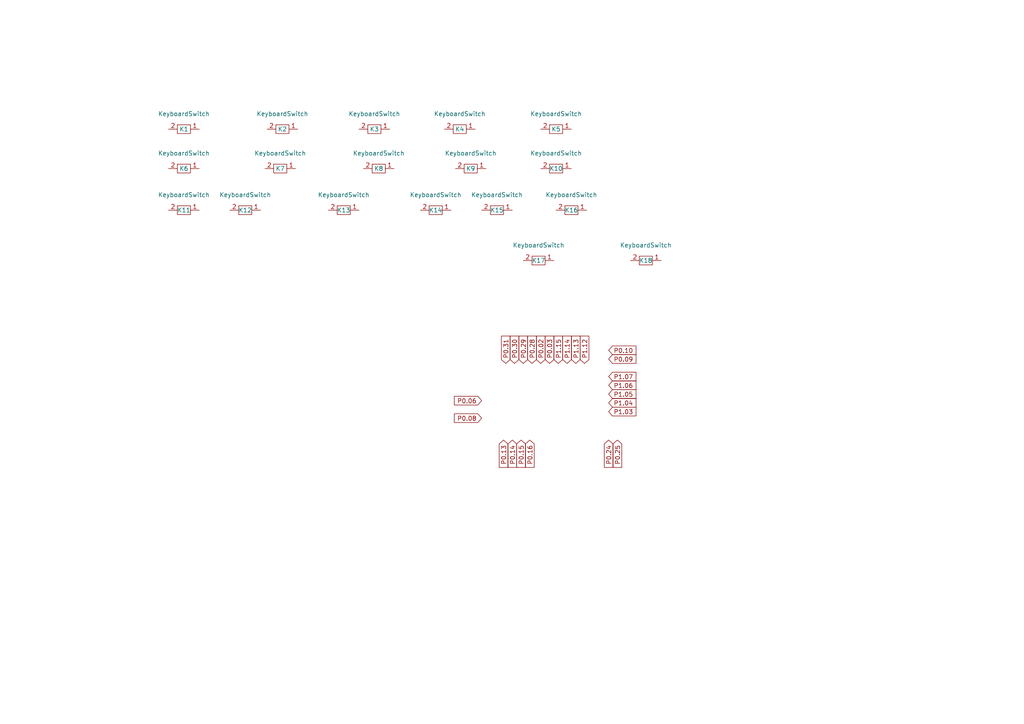
<source format=kicad_sch>
(kicad_sch (version 20211123) (generator eeschema)

  (uuid b8a93412-a849-4b52-a632-e45262c17f6a)

  (paper "A4")

  (lib_symbols
    (symbol "Library:KeyboardSwitch" (in_bom yes) (on_board yes)
      (property "Reference" "K" (id 0) (at 0 5.08 0)
        (effects (font (size 1.27 1.27)))
      )
      (property "Value" "KeyboardSwitch" (id 1) (at 0 3.175 0)
        (effects (font (size 1.27 1.27)))
      )
      (property "Footprint" "Library:GateronHotswap" (id 2) (at -0.635 6.35 0)
        (effects (font (size 1.27 1.27)) hide)
      )
      (property "Datasheet" "" (id 3) (at -0.635 6.35 0)
        (effects (font (size 1.27 1.27)) hide)
      )
      (symbol "KeyboardSwitch_0_1"
        (rectangle (start -1.905 1.27) (end 1.905 -1.27)
          (stroke (width 0) (type default) (color 0 0 0 0))
          (fill (type none))
        )
      )
      (symbol "KeyboardSwitch_1_1"
        (pin input line (at 4.445 0 180) (length 2.54)
          (name "" (effects (font (size 1.27 1.27))))
          (number "1" (effects (font (size 1.27 1.27))))
        )
        (pin input line (at -4.445 0 0) (length 2.54)
          (name "" (effects (font (size 1.27 1.27))))
          (number "2" (effects (font (size 1.27 1.27))))
        )
      )
    )
  )


  (global_label "P0.31" (shape input) (at 146.685 105.41 90) (fields_autoplaced)
    (effects (font (size 1.27 1.27)) (justify left))
    (uuid 0cdcf991-99c6-4114-be1d-f8bfb92f879d)
    (property "Intersheet References" "${INTERSHEET_REFS}" (id 0) (at 146.6056 97.4936 90)
      (effects (font (size 1.27 1.27)) (justify left) hide)
    )
  )
  (global_label "P1.05" (shape input) (at 176.53 114.3 0) (fields_autoplaced)
    (effects (font (size 1.27 1.27)) (justify left))
    (uuid 10f98f77-d64d-4d47-ab21-8e7436f20fa6)
    (property "Intersheet References" "${INTERSHEET_REFS}" (id 0) (at 184.4464 114.2206 0)
      (effects (font (size 1.27 1.27)) (justify left) hide)
    )
  )
  (global_label "P0.02" (shape input) (at 156.845 105.41 90) (fields_autoplaced)
    (effects (font (size 1.27 1.27)) (justify left))
    (uuid 160175be-9020-4d5e-9916-770180a71d4e)
    (property "Intersheet References" "${INTERSHEET_REFS}" (id 0) (at 156.7656 97.4936 90)
      (effects (font (size 1.27 1.27)) (justify left) hide)
    )
  )
  (global_label "P0.25" (shape input) (at 179.07 127.635 270) (fields_autoplaced)
    (effects (font (size 1.27 1.27)) (justify right))
    (uuid 197b6581-432b-4862-9636-6c056cf23cf9)
    (property "Intersheet References" "${INTERSHEET_REFS}" (id 0) (at 178.9906 135.5514 90)
      (effects (font (size 1.27 1.27)) (justify right) hide)
    )
  )
  (global_label "P0.06" (shape input) (at 139.7 116.205 180) (fields_autoplaced)
    (effects (font (size 1.27 1.27)) (justify right))
    (uuid 1d38a2f5-0b6b-4bb6-8997-ff326b61759d)
    (property "Intersheet References" "${INTERSHEET_REFS}" (id 0) (at 131.7836 116.1256 0)
      (effects (font (size 1.27 1.27)) (justify right) hide)
    )
  )
  (global_label "P1.14" (shape input) (at 164.465 105.41 90) (fields_autoplaced)
    (effects (font (size 1.27 1.27)) (justify left))
    (uuid 20174571-7fe7-43b7-bc20-1b116f24328d)
    (property "Intersheet References" "${INTERSHEET_REFS}" (id 0) (at 164.3856 97.4936 90)
      (effects (font (size 1.27 1.27)) (justify left) hide)
    )
  )
  (global_label "P0.10" (shape input) (at 176.53 101.6 0) (fields_autoplaced)
    (effects (font (size 1.27 1.27)) (justify left))
    (uuid 255e954b-c5d4-4dfc-baad-18798958fb5b)
    (property "Intersheet References" "${INTERSHEET_REFS}" (id 0) (at 184.4464 101.5206 0)
      (effects (font (size 1.27 1.27)) (justify left) hide)
    )
  )
  (global_label "P0.28" (shape input) (at 154.305 105.41 90) (fields_autoplaced)
    (effects (font (size 1.27 1.27)) (justify left))
    (uuid 25bbff4e-0e72-46e4-a76e-069e5a18fed8)
    (property "Intersheet References" "${INTERSHEET_REFS}" (id 0) (at 154.2256 97.4936 90)
      (effects (font (size 1.27 1.27)) (justify left) hide)
    )
  )
  (global_label "P0.03" (shape input) (at 159.385 105.41 90) (fields_autoplaced)
    (effects (font (size 1.27 1.27)) (justify left))
    (uuid 34247940-b1a6-4a64-b5fb-8b72f6e74d4f)
    (property "Intersheet References" "${INTERSHEET_REFS}" (id 0) (at 159.3056 97.4936 90)
      (effects (font (size 1.27 1.27)) (justify left) hide)
    )
  )
  (global_label "P0.24" (shape input) (at 176.53 127.635 270) (fields_autoplaced)
    (effects (font (size 1.27 1.27)) (justify right))
    (uuid 54461107-cb1b-472c-9e38-8dee996655be)
    (property "Intersheet References" "${INTERSHEET_REFS}" (id 0) (at 176.4506 135.5514 90)
      (effects (font (size 1.27 1.27)) (justify right) hide)
    )
  )
  (global_label "P0.14" (shape input) (at 148.59 127.635 270) (fields_autoplaced)
    (effects (font (size 1.27 1.27)) (justify right))
    (uuid 66174119-1d80-4103-98bc-8dd3062a3126)
    (property "Intersheet References" "${INTERSHEET_REFS}" (id 0) (at 148.5106 135.5514 90)
      (effects (font (size 1.27 1.27)) (justify right) hide)
    )
  )
  (global_label "P1.07" (shape input) (at 176.53 109.22 0) (fields_autoplaced)
    (effects (font (size 1.27 1.27)) (justify left))
    (uuid 6992df4d-9f75-4dc6-8bec-e3ac2ee7c160)
    (property "Intersheet References" "${INTERSHEET_REFS}" (id 0) (at 184.4464 109.1406 0)
      (effects (font (size 1.27 1.27)) (justify left) hide)
    )
  )
  (global_label "P0.30" (shape input) (at 149.225 105.41 90) (fields_autoplaced)
    (effects (font (size 1.27 1.27)) (justify left))
    (uuid 6b3b9016-86af-4472-9c6d-35c76061e6ed)
    (property "Intersheet References" "${INTERSHEET_REFS}" (id 0) (at 149.1456 97.4936 90)
      (effects (font (size 1.27 1.27)) (justify left) hide)
    )
  )
  (global_label "P0.09" (shape input) (at 176.53 104.14 0) (fields_autoplaced)
    (effects (font (size 1.27 1.27)) (justify left))
    (uuid 6e2689bd-a114-42fb-b6a1-8acd33ca732a)
    (property "Intersheet References" "${INTERSHEET_REFS}" (id 0) (at 184.4464 104.0606 0)
      (effects (font (size 1.27 1.27)) (justify left) hide)
    )
  )
  (global_label "P0.13" (shape input) (at 146.05 127.635 270) (fields_autoplaced)
    (effects (font (size 1.27 1.27)) (justify right))
    (uuid 73d0959e-6e13-4a36-96fb-90c562848aa7)
    (property "Intersheet References" "${INTERSHEET_REFS}" (id 0) (at 145.9706 135.5514 90)
      (effects (font (size 1.27 1.27)) (justify right) hide)
    )
  )
  (global_label "P1.12" (shape input) (at 169.545 105.41 90) (fields_autoplaced)
    (effects (font (size 1.27 1.27)) (justify left))
    (uuid 7b868e4c-0255-430e-be8e-e5ab044171e9)
    (property "Intersheet References" "${INTERSHEET_REFS}" (id 0) (at 169.4656 97.4936 90)
      (effects (font (size 1.27 1.27)) (justify left) hide)
    )
  )
  (global_label "P1.06" (shape input) (at 176.53 111.76 0) (fields_autoplaced)
    (effects (font (size 1.27 1.27)) (justify left))
    (uuid ae37e4a7-3770-4307-b378-9b40eca07ba9)
    (property "Intersheet References" "${INTERSHEET_REFS}" (id 0) (at 184.4464 111.6806 0)
      (effects (font (size 1.27 1.27)) (justify left) hide)
    )
  )
  (global_label "P0.15" (shape input) (at 151.13 127.635 270) (fields_autoplaced)
    (effects (font (size 1.27 1.27)) (justify right))
    (uuid c8397eb2-d3ab-4f29-9056-67f3358a290b)
    (property "Intersheet References" "${INTERSHEET_REFS}" (id 0) (at 151.0506 135.5514 90)
      (effects (font (size 1.27 1.27)) (justify right) hide)
    )
  )
  (global_label "P0.08" (shape input) (at 139.7 121.285 180) (fields_autoplaced)
    (effects (font (size 1.27 1.27)) (justify right))
    (uuid c92b034e-b388-4225-a2f8-28a370de3220)
    (property "Intersheet References" "${INTERSHEET_REFS}" (id 0) (at 131.7836 121.2056 0)
      (effects (font (size 1.27 1.27)) (justify right) hide)
    )
  )
  (global_label "P1.04" (shape input) (at 176.53 116.84 0) (fields_autoplaced)
    (effects (font (size 1.27 1.27)) (justify left))
    (uuid ca3b769a-04fe-4919-81ea-260d43ab7df4)
    (property "Intersheet References" "${INTERSHEET_REFS}" (id 0) (at 184.4464 116.7606 0)
      (effects (font (size 1.27 1.27)) (justify left) hide)
    )
  )
  (global_label "P0.16" (shape input) (at 153.67 127.635 270) (fields_autoplaced)
    (effects (font (size 1.27 1.27)) (justify right))
    (uuid d0de9d05-afec-410b-ad12-9e4656a866fb)
    (property "Intersheet References" "${INTERSHEET_REFS}" (id 0) (at 153.5906 135.5514 90)
      (effects (font (size 1.27 1.27)) (justify right) hide)
    )
  )
  (global_label "P1.13" (shape input) (at 167.005 105.41 90) (fields_autoplaced)
    (effects (font (size 1.27 1.27)) (justify left))
    (uuid d10e859e-15fe-4291-8427-db4e9cca2f7d)
    (property "Intersheet References" "${INTERSHEET_REFS}" (id 0) (at 166.9256 97.4936 90)
      (effects (font (size 1.27 1.27)) (justify left) hide)
    )
  )
  (global_label "P1.15" (shape input) (at 161.925 105.41 90) (fields_autoplaced)
    (effects (font (size 1.27 1.27)) (justify left))
    (uuid d98601ae-f8b1-43be-a7a4-fb3f38b7f72c)
    (property "Intersheet References" "${INTERSHEET_REFS}" (id 0) (at 161.8456 97.4936 90)
      (effects (font (size 1.27 1.27)) (justify left) hide)
    )
  )
  (global_label "P0.29" (shape input) (at 151.765 105.41 90) (fields_autoplaced)
    (effects (font (size 1.27 1.27)) (justify left))
    (uuid dc7eff17-8746-4dc4-af66-806d821671c5)
    (property "Intersheet References" "${INTERSHEET_REFS}" (id 0) (at 151.6856 97.4936 90)
      (effects (font (size 1.27 1.27)) (justify left) hide)
    )
  )
  (global_label "P1.03" (shape input) (at 176.53 119.38 0) (fields_autoplaced)
    (effects (font (size 1.27 1.27)) (justify left))
    (uuid f1f063e4-7318-4729-8827-e944b3f781ad)
    (property "Intersheet References" "${INTERSHEET_REFS}" (id 0) (at 184.4464 119.3006 0)
      (effects (font (size 1.27 1.27)) (justify left) hide)
    )
  )

  (symbol (lib_id "Library:KeyboardSwitch") (at 126.365 60.96 0) (unit 1)
    (in_bom yes) (on_board yes)
    (uuid 1caa7575-5070-40f6-a5b0-d048338741d8)
    (property "Reference" "K14" (id 0) (at 126.365 60.96 0))
    (property "Value" "KeyboardSwitch" (id 1) (at 126.365 56.515 0))
    (property "Footprint" "Library:GateronHotswap" (id 2) (at 125.73 54.61 0)
      (effects (font (size 1.27 1.27)) hide)
    )
    (property "Datasheet" "" (id 3) (at 125.73 54.61 0)
      (effects (font (size 1.27 1.27)) hide)
    )
    (pin "1" (uuid 8a46d208-3686-4021-981f-613965015ee6))
    (pin "2" (uuid 45c89fee-112d-4c71-bbac-317984c88fcf))
  )

  (symbol (lib_id "Library:KeyboardSwitch") (at 133.35 37.465 0) (unit 1)
    (in_bom yes) (on_board yes)
    (uuid 2fad7aec-0ffd-46fd-9acd-c936e2a5cc5b)
    (property "Reference" "K4" (id 0) (at 133.35 37.465 0))
    (property "Value" "KeyboardSwitch" (id 1) (at 133.35 33.02 0))
    (property "Footprint" "Library:GateronHotswap" (id 2) (at 132.715 31.115 0)
      (effects (font (size 1.27 1.27)) hide)
    )
    (property "Datasheet" "" (id 3) (at 132.715 31.115 0)
      (effects (font (size 1.27 1.27)) hide)
    )
    (pin "1" (uuid 591c3187-ead2-446d-b183-7d5f2d76f3df))
    (pin "2" (uuid f61a5aae-ad2f-41b4-8d7f-8f8d03db774c))
  )

  (symbol (lib_id "Library:KeyboardSwitch") (at 53.34 60.96 0) (unit 1)
    (in_bom yes) (on_board yes)
    (uuid 3c18f323-f2ec-4325-b9ae-69c3d322eee3)
    (property "Reference" "K11" (id 0) (at 53.34 60.96 0))
    (property "Value" "KeyboardSwitch" (id 1) (at 53.34 56.515 0))
    (property "Footprint" "Library:GateronHotswap" (id 2) (at 52.705 54.61 0)
      (effects (font (size 1.27 1.27)) hide)
    )
    (property "Datasheet" "" (id 3) (at 52.705 54.61 0)
      (effects (font (size 1.27 1.27)) hide)
    )
    (pin "1" (uuid 0781de06-911e-44a1-9380-7838f9a2b29e))
    (pin "2" (uuid 686d81f6-e88f-4d7b-af91-ac332388c862))
  )

  (symbol (lib_id "Library:KeyboardSwitch") (at 53.34 48.895 0) (unit 1)
    (in_bom yes) (on_board yes)
    (uuid 3c78dcdb-d3bc-4e64-9522-f33f1ae0fa4a)
    (property "Reference" "K6" (id 0) (at 53.34 48.895 0))
    (property "Value" "KeyboardSwitch" (id 1) (at 53.34 44.45 0))
    (property "Footprint" "Library:GateronHotswap" (id 2) (at 52.705 42.545 0)
      (effects (font (size 1.27 1.27)) hide)
    )
    (property "Datasheet" "" (id 3) (at 52.705 42.545 0)
      (effects (font (size 1.27 1.27)) hide)
    )
    (pin "1" (uuid 60eb669d-ee42-429f-9b5f-d81dfdf37c23))
    (pin "2" (uuid 7ef338ae-bf13-4176-ac79-1b97b6290e77))
  )

  (symbol (lib_id "Library:KeyboardSwitch") (at 81.915 37.465 0) (unit 1)
    (in_bom yes) (on_board yes)
    (uuid 56f6aace-1374-416f-ac40-39994b82bbbe)
    (property "Reference" "K2" (id 0) (at 81.915 37.465 0))
    (property "Value" "KeyboardSwitch" (id 1) (at 81.915 33.02 0))
    (property "Footprint" "Library:GateronHotswap" (id 2) (at 81.28 31.115 0)
      (effects (font (size 1.27 1.27)) hide)
    )
    (property "Datasheet" "" (id 3) (at 81.28 31.115 0)
      (effects (font (size 1.27 1.27)) hide)
    )
    (pin "1" (uuid 1d420300-4e8b-4673-a39b-a602df399b55))
    (pin "2" (uuid 7962aa1c-1c22-40ef-a3a8-7e5f24ebcfe8))
  )

  (symbol (lib_id "Library:KeyboardSwitch") (at 99.695 60.96 0) (unit 1)
    (in_bom yes) (on_board yes)
    (uuid 66382d8e-da83-4885-95d5-bfc0e0e52f18)
    (property "Reference" "K13" (id 0) (at 99.695 60.96 0))
    (property "Value" "KeyboardSwitch" (id 1) (at 99.695 56.515 0))
    (property "Footprint" "Library:GateronHotswap" (id 2) (at 99.06 54.61 0)
      (effects (font (size 1.27 1.27)) hide)
    )
    (property "Datasheet" "" (id 3) (at 99.06 54.61 0)
      (effects (font (size 1.27 1.27)) hide)
    )
    (pin "1" (uuid 8678a817-e0e4-4d28-a1f0-bb77ad47411f))
    (pin "2" (uuid 7f35afc9-c71b-4cde-ac6a-d6232289bab3))
  )

  (symbol (lib_id "Library:KeyboardSwitch") (at 109.855 48.895 0) (unit 1)
    (in_bom yes) (on_board yes)
    (uuid 74459fe8-006e-42b5-9952-28b28f70a16a)
    (property "Reference" "K8" (id 0) (at 109.855 48.895 0))
    (property "Value" "KeyboardSwitch" (id 1) (at 109.855 44.45 0))
    (property "Footprint" "Library:GateronHotswap" (id 2) (at 109.22 42.545 0)
      (effects (font (size 1.27 1.27)) hide)
    )
    (property "Datasheet" "" (id 3) (at 109.22 42.545 0)
      (effects (font (size 1.27 1.27)) hide)
    )
    (pin "1" (uuid 1f108204-db54-4086-9016-33aa7ebd60a4))
    (pin "2" (uuid bb1e6be5-ddae-4bae-82b4-c6065033fc76))
  )

  (symbol (lib_id "Library:KeyboardSwitch") (at 108.585 37.465 0) (unit 1)
    (in_bom yes) (on_board yes)
    (uuid 750bc7f4-1df3-4c07-96c5-7cdef7c5a321)
    (property "Reference" "K3" (id 0) (at 108.585 37.465 0))
    (property "Value" "KeyboardSwitch" (id 1) (at 108.585 33.02 0))
    (property "Footprint" "Library:GateronHotswap" (id 2) (at 107.95 31.115 0)
      (effects (font (size 1.27 1.27)) hide)
    )
    (property "Datasheet" "" (id 3) (at 107.95 31.115 0)
      (effects (font (size 1.27 1.27)) hide)
    )
    (pin "1" (uuid b3d7e15e-4eae-4776-992f-191a758990ae))
    (pin "2" (uuid adb069a4-87f6-4863-bc86-d258615fc581))
  )

  (symbol (lib_id "Library:KeyboardSwitch") (at 161.29 48.895 0) (unit 1)
    (in_bom yes) (on_board yes)
    (uuid 922a621e-1fc6-48d2-8453-97d07db96ac1)
    (property "Reference" "K10" (id 0) (at 161.29 48.895 0))
    (property "Value" "KeyboardSwitch" (id 1) (at 161.29 44.45 0))
    (property "Footprint" "Library:GateronHotswap" (id 2) (at 160.655 42.545 0)
      (effects (font (size 1.27 1.27)) hide)
    )
    (property "Datasheet" "" (id 3) (at 160.655 42.545 0)
      (effects (font (size 1.27 1.27)) hide)
    )
    (pin "1" (uuid 3683a852-70de-4684-829f-aeb73c51fe03))
    (pin "2" (uuid 52670855-d56c-4ed9-aed5-150babc74c48))
  )

  (symbol (lib_id "Library:KeyboardSwitch") (at 187.325 75.565 0) (unit 1)
    (in_bom yes) (on_board yes)
    (uuid b6311fa4-a532-436f-b022-5e1b54092275)
    (property "Reference" "K18" (id 0) (at 187.325 75.565 0))
    (property "Value" "KeyboardSwitch" (id 1) (at 187.325 71.12 0))
    (property "Footprint" "Library:GateronHotswap" (id 2) (at 186.69 69.215 0)
      (effects (font (size 1.27 1.27)) hide)
    )
    (property "Datasheet" "" (id 3) (at 186.69 69.215 0)
      (effects (font (size 1.27 1.27)) hide)
    )
    (pin "1" (uuid 65735f32-49c9-4b24-a3fb-4345f48fa371))
    (pin "2" (uuid 91b2fb93-f075-4622-8479-cadc0c53e1e3))
  )

  (symbol (lib_id "Library:KeyboardSwitch") (at 71.12 60.96 0) (unit 1)
    (in_bom yes) (on_board yes)
    (uuid bbbbaf69-b079-4e3b-8cc7-d096731f19ec)
    (property "Reference" "K12" (id 0) (at 71.12 60.96 0))
    (property "Value" "KeyboardSwitch" (id 1) (at 71.12 56.515 0))
    (property "Footprint" "Library:GateronHotswap" (id 2) (at 70.485 54.61 0)
      (effects (font (size 1.27 1.27)) hide)
    )
    (property "Datasheet" "" (id 3) (at 70.485 54.61 0)
      (effects (font (size 1.27 1.27)) hide)
    )
    (pin "1" (uuid 6b900f47-cfec-4130-8202-89dc762b5fba))
    (pin "2" (uuid 92786b87-2aa4-4efe-b6c2-a9fbe900af6b))
  )

  (symbol (lib_id "Library:KeyboardSwitch") (at 144.145 60.96 0) (unit 1)
    (in_bom yes) (on_board yes)
    (uuid cddf60bc-af1b-49a1-8dac-e99d3818aaf2)
    (property "Reference" "K15" (id 0) (at 144.145 60.96 0))
    (property "Value" "KeyboardSwitch" (id 1) (at 144.145 56.515 0))
    (property "Footprint" "Library:GateronHotswap" (id 2) (at 143.51 54.61 0)
      (effects (font (size 1.27 1.27)) hide)
    )
    (property "Datasheet" "" (id 3) (at 143.51 54.61 0)
      (effects (font (size 1.27 1.27)) hide)
    )
    (pin "1" (uuid ca0c9b8c-8809-43b0-a77c-36b1335f8a78))
    (pin "2" (uuid cae1e9ff-3f0a-4453-b80c-78c4d9438d6c))
  )

  (symbol (lib_id "Library:KeyboardSwitch") (at 136.525 48.895 0) (unit 1)
    (in_bom yes) (on_board yes)
    (uuid d5ad7305-24a6-4d13-86a3-20644c20dbec)
    (property "Reference" "K9" (id 0) (at 136.525 48.895 0))
    (property "Value" "KeyboardSwitch" (id 1) (at 136.525 44.45 0))
    (property "Footprint" "Library:GateronHotswap" (id 2) (at 135.89 42.545 0)
      (effects (font (size 1.27 1.27)) hide)
    )
    (property "Datasheet" "" (id 3) (at 135.89 42.545 0)
      (effects (font (size 1.27 1.27)) hide)
    )
    (pin "1" (uuid afdaa7c8-f762-40b6-b923-8cca3bfe0c73))
    (pin "2" (uuid 5dbd2a06-814e-4155-ada1-4b84127b5f78))
  )

  (symbol (lib_id "Library:KeyboardSwitch") (at 81.28 48.895 0) (unit 1)
    (in_bom yes) (on_board yes)
    (uuid e079d81e-c9a1-46aa-b59b-de445cc4b17d)
    (property "Reference" "K7" (id 0) (at 81.28 48.895 0))
    (property "Value" "KeyboardSwitch" (id 1) (at 81.28 44.45 0))
    (property "Footprint" "Library:GateronHotswap" (id 2) (at 80.645 42.545 0)
      (effects (font (size 1.27 1.27)) hide)
    )
    (property "Datasheet" "" (id 3) (at 80.645 42.545 0)
      (effects (font (size 1.27 1.27)) hide)
    )
    (pin "1" (uuid e893dc33-cb59-4eb4-892c-a6496b733782))
    (pin "2" (uuid ad284e80-bdd1-465c-92b9-c113c5a5ce57))
  )

  (symbol (lib_id "Library:KeyboardSwitch") (at 53.34 37.465 0) (unit 1)
    (in_bom yes) (on_board yes)
    (uuid f0b0831a-5ac3-4dfb-a113-ee428ae84636)
    (property "Reference" "K1" (id 0) (at 53.34 37.465 0))
    (property "Value" "KeyboardSwitch" (id 1) (at 53.34 33.02 0))
    (property "Footprint" "Library:GateronHotswap" (id 2) (at 52.705 31.115 0)
      (effects (font (size 1.27 1.27)) hide)
    )
    (property "Datasheet" "" (id 3) (at 52.705 31.115 0)
      (effects (font (size 1.27 1.27)) hide)
    )
    (pin "1" (uuid 9d56ccbd-ead4-4edc-8fe6-6f29740d5505))
    (pin "2" (uuid 93a55697-a717-42ba-be18-999828511297))
  )

  (symbol (lib_id "Library:KeyboardSwitch") (at 165.735 60.96 0) (unit 1)
    (in_bom yes) (on_board yes)
    (uuid f22b6d70-1a7e-4ad7-87ee-3c4e0e9a3080)
    (property "Reference" "K16" (id 0) (at 165.735 60.96 0))
    (property "Value" "KeyboardSwitch" (id 1) (at 165.735 56.515 0))
    (property "Footprint" "Library:GateronHotswap" (id 2) (at 165.1 54.61 0)
      (effects (font (size 1.27 1.27)) hide)
    )
    (property "Datasheet" "" (id 3) (at 165.1 54.61 0)
      (effects (font (size 1.27 1.27)) hide)
    )
    (pin "1" (uuid bd0fcd19-7566-4567-9a68-eae946403ee4))
    (pin "2" (uuid 94527ddb-ff36-4714-a1f7-25909672d1bd))
  )

  (symbol (lib_id "Library:KeyboardSwitch") (at 156.21 75.565 0) (unit 1)
    (in_bom yes) (on_board yes)
    (uuid f490aed8-6059-45f8-b584-be0476ff4cea)
    (property "Reference" "K17" (id 0) (at 156.21 75.565 0))
    (property "Value" "KeyboardSwitch" (id 1) (at 156.21 71.12 0))
    (property "Footprint" "Library:GateronHotswap" (id 2) (at 155.575 69.215 0)
      (effects (font (size 1.27 1.27)) hide)
    )
    (property "Datasheet" "" (id 3) (at 155.575 69.215 0)
      (effects (font (size 1.27 1.27)) hide)
    )
    (pin "1" (uuid ca824c06-e017-47e5-aff0-a5d4f9808522))
    (pin "2" (uuid f44dfdd1-8be3-4ec6-813c-c6598b52f19b))
  )

  (symbol (lib_id "Library:KeyboardSwitch") (at 161.29 37.465 0) (unit 1)
    (in_bom yes) (on_board yes)
    (uuid fa493039-3255-4a61-b1ed-f43a55e716e0)
    (property "Reference" "K5" (id 0) (at 161.29 37.465 0))
    (property "Value" "KeyboardSwitch" (id 1) (at 161.29 33.02 0))
    (property "Footprint" "Library:GateronHotswap" (id 2) (at 160.655 31.115 0)
      (effects (font (size 1.27 1.27)) hide)
    )
    (property "Datasheet" "" (id 3) (at 160.655 31.115 0)
      (effects (font (size 1.27 1.27)) hide)
    )
    (pin "1" (uuid a28de2a5-8fde-4306-bc63-e6cc7e35de9a))
    (pin "2" (uuid 1e35a428-aa0b-4ea6-b91b-331b3979299f))
  )
)

</source>
